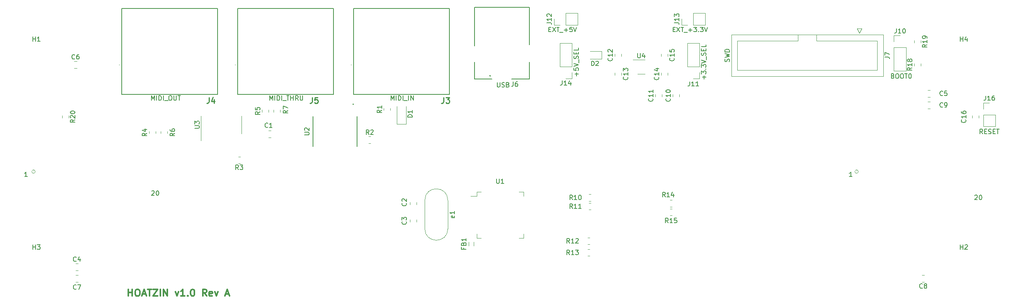
<source format=gbr>
%TF.GenerationSoftware,KiCad,Pcbnew,(6.0.5-0)*%
%TF.CreationDate,2022-06-25T13:19:04+02:00*%
%TF.ProjectId,hoatzin,686f6174-7a69-46e2-9e6b-696361645f70,rev?*%
%TF.SameCoordinates,Original*%
%TF.FileFunction,Legend,Top*%
%TF.FilePolarity,Positive*%
%FSLAX46Y46*%
G04 Gerber Fmt 4.6, Leading zero omitted, Abs format (unit mm)*
G04 Created by KiCad (PCBNEW (6.0.5-0)) date 2022-06-25 13:19:04*
%MOMM*%
%LPD*%
G01*
G04 APERTURE LIST*
%ADD10C,0.150000*%
%ADD11C,0.300000*%
%ADD12C,0.254000*%
%ADD13C,0.120000*%
%ADD14C,0.127000*%
%ADD15C,0.200000*%
%ADD16C,0.100000*%
G04 APERTURE END LIST*
D10*
X180144523Y-55742571D02*
X180477857Y-55742571D01*
X180620714Y-56266380D02*
X180144523Y-56266380D01*
X180144523Y-55266380D01*
X180620714Y-55266380D01*
X180954047Y-55266380D02*
X181620714Y-56266380D01*
X181620714Y-55266380D02*
X180954047Y-56266380D01*
X181858809Y-55266380D02*
X182430238Y-55266380D01*
X182144523Y-56266380D02*
X182144523Y-55266380D01*
X182525476Y-56361619D02*
X183287380Y-56361619D01*
X183525476Y-55885428D02*
X184287380Y-55885428D01*
X183906428Y-56266380D02*
X183906428Y-55504476D01*
X184668333Y-55266380D02*
X185287380Y-55266380D01*
X184954047Y-55647333D01*
X185096904Y-55647333D01*
X185192142Y-55694952D01*
X185239761Y-55742571D01*
X185287380Y-55837809D01*
X185287380Y-56075904D01*
X185239761Y-56171142D01*
X185192142Y-56218761D01*
X185096904Y-56266380D01*
X184811190Y-56266380D01*
X184715952Y-56218761D01*
X184668333Y-56171142D01*
X185715952Y-56171142D02*
X185763571Y-56218761D01*
X185715952Y-56266380D01*
X185668333Y-56218761D01*
X185715952Y-56171142D01*
X185715952Y-56266380D01*
X186096904Y-55266380D02*
X186715952Y-55266380D01*
X186382619Y-55647333D01*
X186525476Y-55647333D01*
X186620714Y-55694952D01*
X186668333Y-55742571D01*
X186715952Y-55837809D01*
X186715952Y-56075904D01*
X186668333Y-56171142D01*
X186620714Y-56218761D01*
X186525476Y-56266380D01*
X186239761Y-56266380D01*
X186144523Y-56218761D01*
X186096904Y-56171142D01*
X187001666Y-55266380D02*
X187335000Y-56266380D01*
X187668333Y-55266380D01*
X65834952Y-71318380D02*
X65834952Y-70318380D01*
X66168285Y-71032666D01*
X66501619Y-70318380D01*
X66501619Y-71318380D01*
X66977809Y-71318380D02*
X66977809Y-70318380D01*
X67454000Y-71318380D02*
X67454000Y-70318380D01*
X67692095Y-70318380D01*
X67834952Y-70366000D01*
X67930190Y-70461238D01*
X67977809Y-70556476D01*
X68025428Y-70746952D01*
X68025428Y-70889809D01*
X67977809Y-71080285D01*
X67930190Y-71175523D01*
X67834952Y-71270761D01*
X67692095Y-71318380D01*
X67454000Y-71318380D01*
X68454000Y-71318380D02*
X68454000Y-70318380D01*
X68692095Y-71413619D02*
X69454000Y-71413619D01*
X69882571Y-70318380D02*
X70073047Y-70318380D01*
X70168285Y-70366000D01*
X70263523Y-70461238D01*
X70311142Y-70651714D01*
X70311142Y-70985047D01*
X70263523Y-71175523D01*
X70168285Y-71270761D01*
X70073047Y-71318380D01*
X69882571Y-71318380D01*
X69787333Y-71270761D01*
X69692095Y-71175523D01*
X69644476Y-70985047D01*
X69644476Y-70651714D01*
X69692095Y-70461238D01*
X69787333Y-70366000D01*
X69882571Y-70318380D01*
X70739714Y-70318380D02*
X70739714Y-71127904D01*
X70787333Y-71223142D01*
X70834952Y-71270761D01*
X70930190Y-71318380D01*
X71120666Y-71318380D01*
X71215904Y-71270761D01*
X71263523Y-71223142D01*
X71311142Y-71127904D01*
X71311142Y-70318380D01*
X71644476Y-70318380D02*
X72215904Y-70318380D01*
X71930190Y-71318380D02*
X71930190Y-70318380D01*
X186954428Y-66640285D02*
X186954428Y-65878380D01*
X187335380Y-66259333D02*
X186573476Y-66259333D01*
X186335380Y-65497428D02*
X186335380Y-64878380D01*
X186716333Y-65211714D01*
X186716333Y-65068857D01*
X186763952Y-64973619D01*
X186811571Y-64926000D01*
X186906809Y-64878380D01*
X187144904Y-64878380D01*
X187240142Y-64926000D01*
X187287761Y-64973619D01*
X187335380Y-65068857D01*
X187335380Y-65354571D01*
X187287761Y-65449809D01*
X187240142Y-65497428D01*
X187240142Y-64449809D02*
X187287761Y-64402190D01*
X187335380Y-64449809D01*
X187287761Y-64497428D01*
X187240142Y-64449809D01*
X187335380Y-64449809D01*
X186335380Y-64068857D02*
X186335380Y-63449809D01*
X186716333Y-63783142D01*
X186716333Y-63640285D01*
X186763952Y-63545047D01*
X186811571Y-63497428D01*
X186906809Y-63449809D01*
X187144904Y-63449809D01*
X187240142Y-63497428D01*
X187287761Y-63545047D01*
X187335380Y-63640285D01*
X187335380Y-63926000D01*
X187287761Y-64021238D01*
X187240142Y-64068857D01*
X186335380Y-63164095D02*
X187335380Y-62830761D01*
X186335380Y-62497428D01*
X187430619Y-62402190D02*
X187430619Y-61640285D01*
X187287761Y-61449809D02*
X187335380Y-61306952D01*
X187335380Y-61068857D01*
X187287761Y-60973619D01*
X187240142Y-60926000D01*
X187144904Y-60878380D01*
X187049666Y-60878380D01*
X186954428Y-60926000D01*
X186906809Y-60973619D01*
X186859190Y-61068857D01*
X186811571Y-61259333D01*
X186763952Y-61354571D01*
X186716333Y-61402190D01*
X186621095Y-61449809D01*
X186525857Y-61449809D01*
X186430619Y-61402190D01*
X186383000Y-61354571D01*
X186335380Y-61259333D01*
X186335380Y-61021238D01*
X186383000Y-60878380D01*
X186811571Y-60449809D02*
X186811571Y-60116476D01*
X187335380Y-59973619D02*
X187335380Y-60449809D01*
X186335380Y-60449809D01*
X186335380Y-59973619D01*
X187335380Y-59068857D02*
X187335380Y-59545047D01*
X186335380Y-59545047D01*
X91750952Y-71318380D02*
X91750952Y-70318380D01*
X92084285Y-71032666D01*
X92417619Y-70318380D01*
X92417619Y-71318380D01*
X92893809Y-71318380D02*
X92893809Y-70318380D01*
X93370000Y-71318380D02*
X93370000Y-70318380D01*
X93608095Y-70318380D01*
X93750952Y-70366000D01*
X93846190Y-70461238D01*
X93893809Y-70556476D01*
X93941428Y-70746952D01*
X93941428Y-70889809D01*
X93893809Y-71080285D01*
X93846190Y-71175523D01*
X93750952Y-71270761D01*
X93608095Y-71318380D01*
X93370000Y-71318380D01*
X94370000Y-71318380D02*
X94370000Y-70318380D01*
X94608095Y-71413619D02*
X95370000Y-71413619D01*
X95465238Y-70318380D02*
X96036666Y-70318380D01*
X95750952Y-71318380D02*
X95750952Y-70318380D01*
X96370000Y-71318380D02*
X96370000Y-70318380D01*
X96370000Y-70794571D02*
X96941428Y-70794571D01*
X96941428Y-71318380D02*
X96941428Y-70318380D01*
X97989047Y-71318380D02*
X97655714Y-70842190D01*
X97417619Y-71318380D02*
X97417619Y-70318380D01*
X97798571Y-70318380D01*
X97893809Y-70366000D01*
X97941428Y-70413619D01*
X97989047Y-70508857D01*
X97989047Y-70651714D01*
X97941428Y-70746952D01*
X97893809Y-70794571D01*
X97798571Y-70842190D01*
X97417619Y-70842190D01*
X98417619Y-70318380D02*
X98417619Y-71127904D01*
X98465238Y-71223142D01*
X98512857Y-71270761D01*
X98608095Y-71318380D01*
X98798571Y-71318380D01*
X98893809Y-71270761D01*
X98941428Y-71223142D01*
X98989047Y-71127904D01*
X98989047Y-70318380D01*
X118317619Y-71318380D02*
X118317619Y-70318380D01*
X118650952Y-71032666D01*
X118984285Y-70318380D01*
X118984285Y-71318380D01*
X119460476Y-71318380D02*
X119460476Y-70318380D01*
X119936666Y-71318380D02*
X119936666Y-70318380D01*
X120174761Y-70318380D01*
X120317619Y-70366000D01*
X120412857Y-70461238D01*
X120460476Y-70556476D01*
X120508095Y-70746952D01*
X120508095Y-70889809D01*
X120460476Y-71080285D01*
X120412857Y-71175523D01*
X120317619Y-71270761D01*
X120174761Y-71318380D01*
X119936666Y-71318380D01*
X120936666Y-71318380D02*
X120936666Y-70318380D01*
X121174761Y-71413619D02*
X121936666Y-71413619D01*
X122174761Y-71318380D02*
X122174761Y-70318380D01*
X122650952Y-71318380D02*
X122650952Y-70318380D01*
X123222380Y-71318380D01*
X123222380Y-70318380D01*
X228290666Y-65968571D02*
X228433523Y-66016190D01*
X228481142Y-66063809D01*
X228528761Y-66159047D01*
X228528761Y-66301904D01*
X228481142Y-66397142D01*
X228433523Y-66444761D01*
X228338285Y-66492380D01*
X227957333Y-66492380D01*
X227957333Y-65492380D01*
X228290666Y-65492380D01*
X228385904Y-65540000D01*
X228433523Y-65587619D01*
X228481142Y-65682857D01*
X228481142Y-65778095D01*
X228433523Y-65873333D01*
X228385904Y-65920952D01*
X228290666Y-65968571D01*
X227957333Y-65968571D01*
X229147809Y-65492380D02*
X229338285Y-65492380D01*
X229433523Y-65540000D01*
X229528761Y-65635238D01*
X229576380Y-65825714D01*
X229576380Y-66159047D01*
X229528761Y-66349523D01*
X229433523Y-66444761D01*
X229338285Y-66492380D01*
X229147809Y-66492380D01*
X229052571Y-66444761D01*
X228957333Y-66349523D01*
X228909714Y-66159047D01*
X228909714Y-65825714D01*
X228957333Y-65635238D01*
X229052571Y-65540000D01*
X229147809Y-65492380D01*
X230195428Y-65492380D02*
X230385904Y-65492380D01*
X230481142Y-65540000D01*
X230576380Y-65635238D01*
X230624000Y-65825714D01*
X230624000Y-66159047D01*
X230576380Y-66349523D01*
X230481142Y-66444761D01*
X230385904Y-66492380D01*
X230195428Y-66492380D01*
X230100190Y-66444761D01*
X230004952Y-66349523D01*
X229957333Y-66159047D01*
X229957333Y-65825714D01*
X230004952Y-65635238D01*
X230100190Y-65540000D01*
X230195428Y-65492380D01*
X230909714Y-65492380D02*
X231481142Y-65492380D01*
X231195428Y-66492380D02*
X231195428Y-65492380D01*
X232004952Y-65492380D02*
X232100190Y-65492380D01*
X232195428Y-65540000D01*
X232243047Y-65587619D01*
X232290666Y-65682857D01*
X232338285Y-65873333D01*
X232338285Y-66111428D01*
X232290666Y-66301904D01*
X232243047Y-66397142D01*
X232195428Y-66444761D01*
X232100190Y-66492380D01*
X232004952Y-66492380D01*
X231909714Y-66444761D01*
X231862095Y-66397142D01*
X231814476Y-66301904D01*
X231766857Y-66111428D01*
X231766857Y-65873333D01*
X231814476Y-65682857D01*
X231862095Y-65587619D01*
X231909714Y-65540000D01*
X232004952Y-65492380D01*
X159014428Y-65926000D02*
X159014428Y-65164095D01*
X159395380Y-65545047D02*
X158633476Y-65545047D01*
X158395380Y-64211714D02*
X158395380Y-64687904D01*
X158871571Y-64735523D01*
X158823952Y-64687904D01*
X158776333Y-64592666D01*
X158776333Y-64354571D01*
X158823952Y-64259333D01*
X158871571Y-64211714D01*
X158966809Y-64164095D01*
X159204904Y-64164095D01*
X159300142Y-64211714D01*
X159347761Y-64259333D01*
X159395380Y-64354571D01*
X159395380Y-64592666D01*
X159347761Y-64687904D01*
X159300142Y-64735523D01*
X158395380Y-63878380D02*
X159395380Y-63545047D01*
X158395380Y-63211714D01*
X159490619Y-63116476D02*
X159490619Y-62354571D01*
X159347761Y-62164095D02*
X159395380Y-62021238D01*
X159395380Y-61783142D01*
X159347761Y-61687904D01*
X159300142Y-61640285D01*
X159204904Y-61592666D01*
X159109666Y-61592666D01*
X159014428Y-61640285D01*
X158966809Y-61687904D01*
X158919190Y-61783142D01*
X158871571Y-61973619D01*
X158823952Y-62068857D01*
X158776333Y-62116476D01*
X158681095Y-62164095D01*
X158585857Y-62164095D01*
X158490619Y-62116476D01*
X158443000Y-62068857D01*
X158395380Y-61973619D01*
X158395380Y-61735523D01*
X158443000Y-61592666D01*
X158871571Y-61164095D02*
X158871571Y-60830761D01*
X159395380Y-60687904D02*
X159395380Y-61164095D01*
X158395380Y-61164095D01*
X158395380Y-60687904D01*
X159395380Y-59783142D02*
X159395380Y-60259333D01*
X158395380Y-60259333D01*
D11*
X60790714Y-114343571D02*
X60790714Y-112843571D01*
X60790714Y-113557857D02*
X61647857Y-113557857D01*
X61647857Y-114343571D02*
X61647857Y-112843571D01*
X62647857Y-112843571D02*
X62933571Y-112843571D01*
X63076428Y-112915000D01*
X63219285Y-113057857D01*
X63290714Y-113343571D01*
X63290714Y-113843571D01*
X63219285Y-114129285D01*
X63076428Y-114272142D01*
X62933571Y-114343571D01*
X62647857Y-114343571D01*
X62505000Y-114272142D01*
X62362142Y-114129285D01*
X62290714Y-113843571D01*
X62290714Y-113343571D01*
X62362142Y-113057857D01*
X62505000Y-112915000D01*
X62647857Y-112843571D01*
X63862142Y-113915000D02*
X64576428Y-113915000D01*
X63719285Y-114343571D02*
X64219285Y-112843571D01*
X64719285Y-114343571D01*
X65005000Y-112843571D02*
X65862142Y-112843571D01*
X65433571Y-114343571D02*
X65433571Y-112843571D01*
X66219285Y-112843571D02*
X67219285Y-112843571D01*
X66219285Y-114343571D01*
X67219285Y-114343571D01*
X67790714Y-114343571D02*
X67790714Y-112843571D01*
X68505000Y-114343571D02*
X68505000Y-112843571D01*
X69362142Y-114343571D01*
X69362142Y-112843571D01*
X71076428Y-113343571D02*
X71433571Y-114343571D01*
X71790714Y-113343571D01*
X73147857Y-114343571D02*
X72290714Y-114343571D01*
X72719285Y-114343571D02*
X72719285Y-112843571D01*
X72576428Y-113057857D01*
X72433571Y-113200714D01*
X72290714Y-113272142D01*
X73790714Y-114200714D02*
X73862142Y-114272142D01*
X73790714Y-114343571D01*
X73719285Y-114272142D01*
X73790714Y-114200714D01*
X73790714Y-114343571D01*
X74790714Y-112843571D02*
X74933571Y-112843571D01*
X75076428Y-112915000D01*
X75147857Y-112986428D01*
X75219285Y-113129285D01*
X75290714Y-113415000D01*
X75290714Y-113772142D01*
X75219285Y-114057857D01*
X75147857Y-114200714D01*
X75076428Y-114272142D01*
X74933571Y-114343571D01*
X74790714Y-114343571D01*
X74647857Y-114272142D01*
X74576428Y-114200714D01*
X74505000Y-114057857D01*
X74433571Y-113772142D01*
X74433571Y-113415000D01*
X74505000Y-113129285D01*
X74576428Y-112986428D01*
X74647857Y-112915000D01*
X74790714Y-112843571D01*
X77933571Y-114343571D02*
X77433571Y-113629285D01*
X77076428Y-114343571D02*
X77076428Y-112843571D01*
X77647857Y-112843571D01*
X77790714Y-112915000D01*
X77862142Y-112986428D01*
X77933571Y-113129285D01*
X77933571Y-113343571D01*
X77862142Y-113486428D01*
X77790714Y-113557857D01*
X77647857Y-113629285D01*
X77076428Y-113629285D01*
X79147857Y-114272142D02*
X79005000Y-114343571D01*
X78719285Y-114343571D01*
X78576428Y-114272142D01*
X78505000Y-114129285D01*
X78505000Y-113557857D01*
X78576428Y-113415000D01*
X78719285Y-113343571D01*
X79005000Y-113343571D01*
X79147857Y-113415000D01*
X79219285Y-113557857D01*
X79219285Y-113700714D01*
X78505000Y-113843571D01*
X79719285Y-113343571D02*
X80076428Y-114343571D01*
X80433571Y-113343571D01*
X82076428Y-113915000D02*
X82790714Y-113915000D01*
X81933571Y-114343571D02*
X82433571Y-112843571D01*
X82933571Y-114343571D01*
D10*
X247975619Y-78684380D02*
X247642285Y-78208190D01*
X247404190Y-78684380D02*
X247404190Y-77684380D01*
X247785142Y-77684380D01*
X247880380Y-77732000D01*
X247928000Y-77779619D01*
X247975619Y-77874857D01*
X247975619Y-78017714D01*
X247928000Y-78112952D01*
X247880380Y-78160571D01*
X247785142Y-78208190D01*
X247404190Y-78208190D01*
X248404190Y-78160571D02*
X248737523Y-78160571D01*
X248880380Y-78684380D02*
X248404190Y-78684380D01*
X248404190Y-77684380D01*
X248880380Y-77684380D01*
X249261333Y-78636761D02*
X249404190Y-78684380D01*
X249642285Y-78684380D01*
X249737523Y-78636761D01*
X249785142Y-78589142D01*
X249832761Y-78493904D01*
X249832761Y-78398666D01*
X249785142Y-78303428D01*
X249737523Y-78255809D01*
X249642285Y-78208190D01*
X249451809Y-78160571D01*
X249356571Y-78112952D01*
X249308952Y-78065333D01*
X249261333Y-77970095D01*
X249261333Y-77874857D01*
X249308952Y-77779619D01*
X249356571Y-77732000D01*
X249451809Y-77684380D01*
X249689904Y-77684380D01*
X249832761Y-77732000D01*
X250261333Y-78160571D02*
X250594666Y-78160571D01*
X250737523Y-78684380D02*
X250261333Y-78684380D01*
X250261333Y-77684380D01*
X250737523Y-77684380D01*
X251023238Y-77684380D02*
X251594666Y-77684380D01*
X251308952Y-78684380D02*
X251308952Y-77684380D01*
X192428761Y-62825142D02*
X192476380Y-62682285D01*
X192476380Y-62444190D01*
X192428761Y-62348952D01*
X192381142Y-62301333D01*
X192285904Y-62253714D01*
X192190666Y-62253714D01*
X192095428Y-62301333D01*
X192047809Y-62348952D01*
X192000190Y-62444190D01*
X191952571Y-62634666D01*
X191904952Y-62729904D01*
X191857333Y-62777523D01*
X191762095Y-62825142D01*
X191666857Y-62825142D01*
X191571619Y-62777523D01*
X191524000Y-62729904D01*
X191476380Y-62634666D01*
X191476380Y-62396571D01*
X191524000Y-62253714D01*
X191476380Y-61920380D02*
X192476380Y-61682285D01*
X191762095Y-61491809D01*
X192476380Y-61301333D01*
X191476380Y-61063238D01*
X192476380Y-60682285D02*
X191476380Y-60682285D01*
X191476380Y-60444190D01*
X191524000Y-60301333D01*
X191619238Y-60206095D01*
X191714476Y-60158476D01*
X191904952Y-60110857D01*
X192047809Y-60110857D01*
X192238285Y-60158476D01*
X192333523Y-60206095D01*
X192428761Y-60301333D01*
X192476380Y-60444190D01*
X192476380Y-60682285D01*
X141613095Y-67397380D02*
X141613095Y-68206904D01*
X141660714Y-68302142D01*
X141708333Y-68349761D01*
X141803571Y-68397380D01*
X141994047Y-68397380D01*
X142089285Y-68349761D01*
X142136904Y-68302142D01*
X142184523Y-68206904D01*
X142184523Y-67397380D01*
X142613095Y-68349761D02*
X142755952Y-68397380D01*
X142994047Y-68397380D01*
X143089285Y-68349761D01*
X143136904Y-68302142D01*
X143184523Y-68206904D01*
X143184523Y-68111666D01*
X143136904Y-68016428D01*
X143089285Y-67968809D01*
X142994047Y-67921190D01*
X142803571Y-67873571D01*
X142708333Y-67825952D01*
X142660714Y-67778333D01*
X142613095Y-67683095D01*
X142613095Y-67587857D01*
X142660714Y-67492619D01*
X142708333Y-67445000D01*
X142803571Y-67397380D01*
X143041666Y-67397380D01*
X143184523Y-67445000D01*
X143946428Y-67873571D02*
X144089285Y-67921190D01*
X144136904Y-67968809D01*
X144184523Y-68064047D01*
X144184523Y-68206904D01*
X144136904Y-68302142D01*
X144089285Y-68349761D01*
X143994047Y-68397380D01*
X143613095Y-68397380D01*
X143613095Y-67397380D01*
X143946428Y-67397380D01*
X144041666Y-67445000D01*
X144089285Y-67492619D01*
X144136904Y-67587857D01*
X144136904Y-67683095D01*
X144089285Y-67778333D01*
X144041666Y-67825952D01*
X143946428Y-67873571D01*
X143613095Y-67873571D01*
X152918809Y-55742571D02*
X153252142Y-55742571D01*
X153395000Y-56266380D02*
X152918809Y-56266380D01*
X152918809Y-55266380D01*
X153395000Y-55266380D01*
X153728333Y-55266380D02*
X154395000Y-56266380D01*
X154395000Y-55266380D02*
X153728333Y-56266380D01*
X154633095Y-55266380D02*
X155204523Y-55266380D01*
X154918809Y-56266380D02*
X154918809Y-55266380D01*
X155299761Y-56361619D02*
X156061666Y-56361619D01*
X156299761Y-55885428D02*
X157061666Y-55885428D01*
X156680714Y-56266380D02*
X156680714Y-55504476D01*
X158014047Y-55266380D02*
X157537857Y-55266380D01*
X157490238Y-55742571D01*
X157537857Y-55694952D01*
X157633095Y-55647333D01*
X157871190Y-55647333D01*
X157966428Y-55694952D01*
X158014047Y-55742571D01*
X158061666Y-55837809D01*
X158061666Y-56075904D01*
X158014047Y-56171142D01*
X157966428Y-56218761D01*
X157871190Y-56266380D01*
X157633095Y-56266380D01*
X157537857Y-56218761D01*
X157490238Y-56171142D01*
X158347380Y-55266380D02*
X158680714Y-56266380D01*
X159014047Y-55266380D01*
%TO.C,R3*%
X84923333Y-86557380D02*
X84590000Y-86081190D01*
X84351904Y-86557380D02*
X84351904Y-85557380D01*
X84732857Y-85557380D01*
X84828095Y-85605000D01*
X84875714Y-85652619D01*
X84923333Y-85747857D01*
X84923333Y-85890714D01*
X84875714Y-85985952D01*
X84828095Y-86033571D01*
X84732857Y-86081190D01*
X84351904Y-86081190D01*
X85256666Y-85557380D02*
X85875714Y-85557380D01*
X85542380Y-85938333D01*
X85685238Y-85938333D01*
X85780476Y-85985952D01*
X85828095Y-86033571D01*
X85875714Y-86128809D01*
X85875714Y-86366904D01*
X85828095Y-86462142D01*
X85780476Y-86509761D01*
X85685238Y-86557380D01*
X85399523Y-86557380D01*
X85304285Y-86509761D01*
X85256666Y-86462142D01*
%TO.C,J6*%
X145112691Y-67263462D02*
X145112691Y-67977759D01*
X145065071Y-68120618D01*
X144969831Y-68215858D01*
X144826972Y-68263478D01*
X144731732Y-68263478D01*
X146017467Y-67263462D02*
X145826988Y-67263462D01*
X145731748Y-67311082D01*
X145684129Y-67358701D01*
X145588889Y-67501561D01*
X145541269Y-67692040D01*
X145541269Y-68072998D01*
X145588889Y-68168238D01*
X145636509Y-68215858D01*
X145731748Y-68263478D01*
X145922228Y-68263478D01*
X146017467Y-68215858D01*
X146065087Y-68168238D01*
X146112707Y-68072998D01*
X146112707Y-67834899D01*
X146065087Y-67739660D01*
X146017467Y-67692040D01*
X145922228Y-67644420D01*
X145731748Y-67644420D01*
X145636509Y-67692040D01*
X145588889Y-67739660D01*
X145541269Y-67834899D01*
%TO.C,C9*%
X239228333Y-72747142D02*
X239180714Y-72794761D01*
X239037857Y-72842380D01*
X238942619Y-72842380D01*
X238799761Y-72794761D01*
X238704523Y-72699523D01*
X238656904Y-72604285D01*
X238609285Y-72413809D01*
X238609285Y-72270952D01*
X238656904Y-72080476D01*
X238704523Y-71985238D01*
X238799761Y-71890000D01*
X238942619Y-71842380D01*
X239037857Y-71842380D01*
X239180714Y-71890000D01*
X239228333Y-71937619D01*
X239704523Y-72842380D02*
X239895000Y-72842380D01*
X239990238Y-72794761D01*
X240037857Y-72747142D01*
X240133095Y-72604285D01*
X240180714Y-72413809D01*
X240180714Y-72032857D01*
X240133095Y-71937619D01*
X240085476Y-71890000D01*
X239990238Y-71842380D01*
X239799761Y-71842380D01*
X239704523Y-71890000D01*
X239656904Y-71937619D01*
X239609285Y-72032857D01*
X239609285Y-72270952D01*
X239656904Y-72366190D01*
X239704523Y-72413809D01*
X239799761Y-72461428D01*
X239990238Y-72461428D01*
X240085476Y-72413809D01*
X240133095Y-72366190D01*
X240180714Y-72270952D01*
%TO.C,J11*%
X183787476Y-67204380D02*
X183787476Y-67918666D01*
X183739857Y-68061523D01*
X183644619Y-68156761D01*
X183501761Y-68204380D01*
X183406523Y-68204380D01*
X184787476Y-68204380D02*
X184216047Y-68204380D01*
X184501761Y-68204380D02*
X184501761Y-67204380D01*
X184406523Y-67347238D01*
X184311285Y-67442476D01*
X184216047Y-67490095D01*
X185739857Y-68204380D02*
X185168428Y-68204380D01*
X185454142Y-68204380D02*
X185454142Y-67204380D01*
X185358904Y-67347238D01*
X185263666Y-67442476D01*
X185168428Y-67490095D01*
%TO.C,R15*%
X179062142Y-98242380D02*
X178728809Y-97766190D01*
X178490714Y-98242380D02*
X178490714Y-97242380D01*
X178871666Y-97242380D01*
X178966904Y-97290000D01*
X179014523Y-97337619D01*
X179062142Y-97432857D01*
X179062142Y-97575714D01*
X179014523Y-97670952D01*
X178966904Y-97718571D01*
X178871666Y-97766190D01*
X178490714Y-97766190D01*
X180014523Y-98242380D02*
X179443095Y-98242380D01*
X179728809Y-98242380D02*
X179728809Y-97242380D01*
X179633571Y-97385238D01*
X179538333Y-97480476D01*
X179443095Y-97528095D01*
X180919285Y-97242380D02*
X180443095Y-97242380D01*
X180395476Y-97718571D01*
X180443095Y-97670952D01*
X180538333Y-97623333D01*
X180776428Y-97623333D01*
X180871666Y-97670952D01*
X180919285Y-97718571D01*
X180966904Y-97813809D01*
X180966904Y-98051904D01*
X180919285Y-98147142D01*
X180871666Y-98194761D01*
X180776428Y-98242380D01*
X180538333Y-98242380D01*
X180443095Y-98194761D01*
X180395476Y-98147142D01*
%TO.C,R2*%
X113498333Y-78812380D02*
X113165000Y-78336190D01*
X112926904Y-78812380D02*
X112926904Y-77812380D01*
X113307857Y-77812380D01*
X113403095Y-77860000D01*
X113450714Y-77907619D01*
X113498333Y-78002857D01*
X113498333Y-78145714D01*
X113450714Y-78240952D01*
X113403095Y-78288571D01*
X113307857Y-78336190D01*
X112926904Y-78336190D01*
X113879285Y-77907619D02*
X113926904Y-77860000D01*
X114022142Y-77812380D01*
X114260238Y-77812380D01*
X114355476Y-77860000D01*
X114403095Y-77907619D01*
X114450714Y-78002857D01*
X114450714Y-78098095D01*
X114403095Y-78240952D01*
X113831666Y-78812380D01*
X114450714Y-78812380D01*
%TO.C,U1*%
X141478095Y-88572380D02*
X141478095Y-89381904D01*
X141525714Y-89477142D01*
X141573333Y-89524761D01*
X141668571Y-89572380D01*
X141859047Y-89572380D01*
X141954285Y-89524761D01*
X142001904Y-89477142D01*
X142049523Y-89381904D01*
X142049523Y-88572380D01*
X143049523Y-89572380D02*
X142478095Y-89572380D01*
X142763809Y-89572380D02*
X142763809Y-88572380D01*
X142668571Y-88715238D01*
X142573333Y-88810476D01*
X142478095Y-88858095D01*
%TO.C,C15*%
X180284142Y-62044857D02*
X180331761Y-62092476D01*
X180379380Y-62235333D01*
X180379380Y-62330571D01*
X180331761Y-62473428D01*
X180236523Y-62568666D01*
X180141285Y-62616285D01*
X179950809Y-62663904D01*
X179807952Y-62663904D01*
X179617476Y-62616285D01*
X179522238Y-62568666D01*
X179427000Y-62473428D01*
X179379380Y-62330571D01*
X179379380Y-62235333D01*
X179427000Y-62092476D01*
X179474619Y-62044857D01*
X180379380Y-61092476D02*
X180379380Y-61663904D01*
X180379380Y-61378190D02*
X179379380Y-61378190D01*
X179522238Y-61473428D01*
X179617476Y-61568666D01*
X179665095Y-61663904D01*
X179379380Y-60187714D02*
X179379380Y-60663904D01*
X179855571Y-60711523D01*
X179807952Y-60663904D01*
X179760333Y-60568666D01*
X179760333Y-60330571D01*
X179807952Y-60235333D01*
X179855571Y-60187714D01*
X179950809Y-60140095D01*
X180188904Y-60140095D01*
X180284142Y-60187714D01*
X180331761Y-60235333D01*
X180379380Y-60330571D01*
X180379380Y-60568666D01*
X180331761Y-60663904D01*
X180284142Y-60711523D01*
%TO.C,R6*%
X70937380Y-78549166D02*
X70461190Y-78882500D01*
X70937380Y-79120595D02*
X69937380Y-79120595D01*
X69937380Y-78739642D01*
X69985000Y-78644404D01*
X70032619Y-78596785D01*
X70127857Y-78549166D01*
X70270714Y-78549166D01*
X70365952Y-78596785D01*
X70413571Y-78644404D01*
X70461190Y-78739642D01*
X70461190Y-79120595D01*
X69937380Y-77692023D02*
X69937380Y-77882500D01*
X69985000Y-77977738D01*
X70032619Y-78025357D01*
X70175476Y-78120595D01*
X70365952Y-78168214D01*
X70746904Y-78168214D01*
X70842142Y-78120595D01*
X70889761Y-78072976D01*
X70937380Y-77977738D01*
X70937380Y-77787261D01*
X70889761Y-77692023D01*
X70842142Y-77644404D01*
X70746904Y-77596785D01*
X70508809Y-77596785D01*
X70413571Y-77644404D01*
X70365952Y-77692023D01*
X70318333Y-77787261D01*
X70318333Y-77977738D01*
X70365952Y-78072976D01*
X70413571Y-78120595D01*
X70508809Y-78168214D01*
%TO.C,C8*%
X234783333Y-112527142D02*
X234735714Y-112574761D01*
X234592857Y-112622380D01*
X234497619Y-112622380D01*
X234354761Y-112574761D01*
X234259523Y-112479523D01*
X234211904Y-112384285D01*
X234164285Y-112193809D01*
X234164285Y-112050952D01*
X234211904Y-111860476D01*
X234259523Y-111765238D01*
X234354761Y-111670000D01*
X234497619Y-111622380D01*
X234592857Y-111622380D01*
X234735714Y-111670000D01*
X234783333Y-111717619D01*
X235354761Y-112050952D02*
X235259523Y-112003333D01*
X235211904Y-111955714D01*
X235164285Y-111860476D01*
X235164285Y-111812857D01*
X235211904Y-111717619D01*
X235259523Y-111670000D01*
X235354761Y-111622380D01*
X235545238Y-111622380D01*
X235640476Y-111670000D01*
X235688095Y-111717619D01*
X235735714Y-111812857D01*
X235735714Y-111860476D01*
X235688095Y-111955714D01*
X235640476Y-112003333D01*
X235545238Y-112050952D01*
X235354761Y-112050952D01*
X235259523Y-112098571D01*
X235211904Y-112146190D01*
X235164285Y-112241428D01*
X235164285Y-112431904D01*
X235211904Y-112527142D01*
X235259523Y-112574761D01*
X235354761Y-112622380D01*
X235545238Y-112622380D01*
X235640476Y-112574761D01*
X235688095Y-112527142D01*
X235735714Y-112431904D01*
X235735714Y-112241428D01*
X235688095Y-112146190D01*
X235640476Y-112098571D01*
X235545238Y-112050952D01*
%TO.C,H3*%
X39878095Y-104072380D02*
X39878095Y-103072380D01*
X39878095Y-103548571D02*
X40449523Y-103548571D01*
X40449523Y-104072380D02*
X40449523Y-103072380D01*
X40830476Y-103072380D02*
X41449523Y-103072380D01*
X41116190Y-103453333D01*
X41259047Y-103453333D01*
X41354285Y-103500952D01*
X41401904Y-103548571D01*
X41449523Y-103643809D01*
X41449523Y-103881904D01*
X41401904Y-103977142D01*
X41354285Y-104024761D01*
X41259047Y-104072380D01*
X40973333Y-104072380D01*
X40878095Y-104024761D01*
X40830476Y-103977142D01*
%TO.C,J7*%
X226532380Y-61810833D02*
X227246666Y-61810833D01*
X227389523Y-61858452D01*
X227484761Y-61953690D01*
X227532380Y-62096547D01*
X227532380Y-62191785D01*
X226532380Y-61429880D02*
X226532380Y-60763214D01*
X227532380Y-61191785D01*
%TO.C,C11*%
X175654142Y-70934857D02*
X175701761Y-70982476D01*
X175749380Y-71125333D01*
X175749380Y-71220571D01*
X175701761Y-71363428D01*
X175606523Y-71458666D01*
X175511285Y-71506285D01*
X175320809Y-71553904D01*
X175177952Y-71553904D01*
X174987476Y-71506285D01*
X174892238Y-71458666D01*
X174797000Y-71363428D01*
X174749380Y-71220571D01*
X174749380Y-71125333D01*
X174797000Y-70982476D01*
X174844619Y-70934857D01*
X175749380Y-69982476D02*
X175749380Y-70553904D01*
X175749380Y-70268190D02*
X174749380Y-70268190D01*
X174892238Y-70363428D01*
X174987476Y-70458666D01*
X175035095Y-70553904D01*
X175749380Y-69030095D02*
X175749380Y-69601523D01*
X175749380Y-69315809D02*
X174749380Y-69315809D01*
X174892238Y-69411047D01*
X174987476Y-69506285D01*
X175035095Y-69601523D01*
%TO.C,e1*%
X132199761Y-96705712D02*
X132247380Y-96800950D01*
X132247380Y-96991426D01*
X132199761Y-97086664D01*
X132104523Y-97134283D01*
X131723571Y-97134283D01*
X131628333Y-97086664D01*
X131580714Y-96991426D01*
X131580714Y-96800950D01*
X131628333Y-96705712D01*
X131723571Y-96658093D01*
X131818809Y-96658093D01*
X131914047Y-97134283D01*
X132247380Y-95705712D02*
X132247380Y-96277140D01*
X132247380Y-95991426D02*
X131247380Y-95991426D01*
X131390238Y-96086664D01*
X131485476Y-96181902D01*
X131533095Y-96277140D01*
%TO.C,C12*%
X166764142Y-62044857D02*
X166811761Y-62092476D01*
X166859380Y-62235333D01*
X166859380Y-62330571D01*
X166811761Y-62473428D01*
X166716523Y-62568666D01*
X166621285Y-62616285D01*
X166430809Y-62663904D01*
X166287952Y-62663904D01*
X166097476Y-62616285D01*
X166002238Y-62568666D01*
X165907000Y-62473428D01*
X165859380Y-62330571D01*
X165859380Y-62235333D01*
X165907000Y-62092476D01*
X165954619Y-62044857D01*
X166859380Y-61092476D02*
X166859380Y-61663904D01*
X166859380Y-61378190D02*
X165859380Y-61378190D01*
X166002238Y-61473428D01*
X166097476Y-61568666D01*
X166145095Y-61663904D01*
X165954619Y-60711523D02*
X165907000Y-60663904D01*
X165859380Y-60568666D01*
X165859380Y-60330571D01*
X165907000Y-60235333D01*
X165954619Y-60187714D01*
X166049857Y-60140095D01*
X166145095Y-60140095D01*
X166287952Y-60187714D01*
X166859380Y-60759142D01*
X166859380Y-60140095D01*
%TO.C,C13*%
X170124142Y-66174857D02*
X170171761Y-66222476D01*
X170219380Y-66365333D01*
X170219380Y-66460571D01*
X170171761Y-66603428D01*
X170076523Y-66698666D01*
X169981285Y-66746285D01*
X169790809Y-66793904D01*
X169647952Y-66793904D01*
X169457476Y-66746285D01*
X169362238Y-66698666D01*
X169267000Y-66603428D01*
X169219380Y-66460571D01*
X169219380Y-66365333D01*
X169267000Y-66222476D01*
X169314619Y-66174857D01*
X170219380Y-65222476D02*
X170219380Y-65793904D01*
X170219380Y-65508190D02*
X169219380Y-65508190D01*
X169362238Y-65603428D01*
X169457476Y-65698666D01*
X169505095Y-65793904D01*
X169219380Y-64889142D02*
X169219380Y-64270095D01*
X169600333Y-64603428D01*
X169600333Y-64460571D01*
X169647952Y-64365333D01*
X169695571Y-64317714D01*
X169790809Y-64270095D01*
X170028904Y-64270095D01*
X170124142Y-64317714D01*
X170171761Y-64365333D01*
X170219380Y-64460571D01*
X170219380Y-64746285D01*
X170171761Y-64841523D01*
X170124142Y-64889142D01*
D12*
%TO.C,J4*%
X78436666Y-70678523D02*
X78436666Y-71585666D01*
X78376190Y-71767095D01*
X78255238Y-71888047D01*
X78073809Y-71948523D01*
X77952857Y-71948523D01*
X79585714Y-71101857D02*
X79585714Y-71948523D01*
X79283333Y-70618047D02*
X78980952Y-71525190D01*
X79767142Y-71525190D01*
D10*
%TO.C,C10*%
X179464142Y-70934857D02*
X179511761Y-70982476D01*
X179559380Y-71125333D01*
X179559380Y-71220571D01*
X179511761Y-71363428D01*
X179416523Y-71458666D01*
X179321285Y-71506285D01*
X179130809Y-71553904D01*
X178987952Y-71553904D01*
X178797476Y-71506285D01*
X178702238Y-71458666D01*
X178607000Y-71363428D01*
X178559380Y-71220571D01*
X178559380Y-71125333D01*
X178607000Y-70982476D01*
X178654619Y-70934857D01*
X179559380Y-69982476D02*
X179559380Y-70553904D01*
X179559380Y-70268190D02*
X178559380Y-70268190D01*
X178702238Y-70363428D01*
X178797476Y-70458666D01*
X178845095Y-70553904D01*
X178559380Y-69363428D02*
X178559380Y-69268190D01*
X178607000Y-69172952D01*
X178654619Y-69125333D01*
X178749857Y-69077714D01*
X178940333Y-69030095D01*
X179178428Y-69030095D01*
X179368904Y-69077714D01*
X179464142Y-69125333D01*
X179511761Y-69172952D01*
X179559380Y-69268190D01*
X179559380Y-69363428D01*
X179511761Y-69458666D01*
X179464142Y-69506285D01*
X179368904Y-69553904D01*
X179178428Y-69601523D01*
X178940333Y-69601523D01*
X178749857Y-69553904D01*
X178654619Y-69506285D01*
X178607000Y-69458666D01*
X178559380Y-69363428D01*
%TO.C,R5*%
X89607380Y-73826666D02*
X89131190Y-74160000D01*
X89607380Y-74398095D02*
X88607380Y-74398095D01*
X88607380Y-74017142D01*
X88655000Y-73921904D01*
X88702619Y-73874285D01*
X88797857Y-73826666D01*
X88940714Y-73826666D01*
X89035952Y-73874285D01*
X89083571Y-73921904D01*
X89131190Y-74017142D01*
X89131190Y-74398095D01*
X88607380Y-72921904D02*
X88607380Y-73398095D01*
X89083571Y-73445714D01*
X89035952Y-73398095D01*
X88988333Y-73302857D01*
X88988333Y-73064761D01*
X89035952Y-72969523D01*
X89083571Y-72921904D01*
X89178809Y-72874285D01*
X89416904Y-72874285D01*
X89512142Y-72921904D01*
X89559761Y-72969523D01*
X89607380Y-73064761D01*
X89607380Y-73302857D01*
X89559761Y-73398095D01*
X89512142Y-73445714D01*
%TO.C,J16*%
X248640476Y-70332380D02*
X248640476Y-71046666D01*
X248592857Y-71189523D01*
X248497619Y-71284761D01*
X248354761Y-71332380D01*
X248259523Y-71332380D01*
X249640476Y-71332380D02*
X249069047Y-71332380D01*
X249354761Y-71332380D02*
X249354761Y-70332380D01*
X249259523Y-70475238D01*
X249164285Y-70570476D01*
X249069047Y-70618095D01*
X250497619Y-70332380D02*
X250307142Y-70332380D01*
X250211904Y-70380000D01*
X250164285Y-70427619D01*
X250069047Y-70570476D01*
X250021428Y-70760952D01*
X250021428Y-71141904D01*
X250069047Y-71237142D01*
X250116666Y-71284761D01*
X250211904Y-71332380D01*
X250402380Y-71332380D01*
X250497619Y-71284761D01*
X250545238Y-71237142D01*
X250592857Y-71141904D01*
X250592857Y-70903809D01*
X250545238Y-70808571D01*
X250497619Y-70760952D01*
X250402380Y-70713333D01*
X250211904Y-70713333D01*
X250116666Y-70760952D01*
X250069047Y-70808571D01*
X250021428Y-70903809D01*
%TO.C,D2*%
X162268904Y-63704380D02*
X162268904Y-62704380D01*
X162507000Y-62704380D01*
X162649857Y-62752000D01*
X162745095Y-62847238D01*
X162792714Y-62942476D01*
X162840333Y-63132952D01*
X162840333Y-63275809D01*
X162792714Y-63466285D01*
X162745095Y-63561523D01*
X162649857Y-63656761D01*
X162507000Y-63704380D01*
X162268904Y-63704380D01*
X163221285Y-62799619D02*
X163268904Y-62752000D01*
X163364142Y-62704380D01*
X163602238Y-62704380D01*
X163697476Y-62752000D01*
X163745095Y-62799619D01*
X163792714Y-62894857D01*
X163792714Y-62990095D01*
X163745095Y-63132952D01*
X163173666Y-63704380D01*
X163792714Y-63704380D01*
%TO.C,R18*%
X232482380Y-64142857D02*
X232006190Y-64476190D01*
X232482380Y-64714285D02*
X231482380Y-64714285D01*
X231482380Y-64333333D01*
X231530000Y-64238095D01*
X231577619Y-64190476D01*
X231672857Y-64142857D01*
X231815714Y-64142857D01*
X231910952Y-64190476D01*
X231958571Y-64238095D01*
X232006190Y-64333333D01*
X232006190Y-64714285D01*
X232482380Y-63190476D02*
X232482380Y-63761904D01*
X232482380Y-63476190D02*
X231482380Y-63476190D01*
X231625238Y-63571428D01*
X231720476Y-63666666D01*
X231768095Y-63761904D01*
X231910952Y-62619047D02*
X231863333Y-62714285D01*
X231815714Y-62761904D01*
X231720476Y-62809523D01*
X231672857Y-62809523D01*
X231577619Y-62761904D01*
X231530000Y-62714285D01*
X231482380Y-62619047D01*
X231482380Y-62428571D01*
X231530000Y-62333333D01*
X231577619Y-62285714D01*
X231672857Y-62238095D01*
X231720476Y-62238095D01*
X231815714Y-62285714D01*
X231863333Y-62333333D01*
X231910952Y-62428571D01*
X231910952Y-62619047D01*
X231958571Y-62714285D01*
X232006190Y-62761904D01*
X232101428Y-62809523D01*
X232291904Y-62809523D01*
X232387142Y-62761904D01*
X232434761Y-62714285D01*
X232482380Y-62619047D01*
X232482380Y-62428571D01*
X232434761Y-62333333D01*
X232387142Y-62285714D01*
X232291904Y-62238095D01*
X232101428Y-62238095D01*
X232006190Y-62285714D01*
X231958571Y-62333333D01*
X231910952Y-62428571D01*
%TO.C,H1*%
X39878095Y-58352380D02*
X39878095Y-57352380D01*
X39878095Y-57828571D02*
X40449523Y-57828571D01*
X40449523Y-58352380D02*
X40449523Y-57352380D01*
X41449523Y-58352380D02*
X40878095Y-58352380D01*
X41163809Y-58352380D02*
X41163809Y-57352380D01*
X41068571Y-57495238D01*
X40973333Y-57590476D01*
X40878095Y-57638095D01*
%TO.C,J10*%
X229060476Y-55557380D02*
X229060476Y-56271666D01*
X229012857Y-56414523D01*
X228917619Y-56509761D01*
X228774761Y-56557380D01*
X228679523Y-56557380D01*
X230060476Y-56557380D02*
X229489047Y-56557380D01*
X229774761Y-56557380D02*
X229774761Y-55557380D01*
X229679523Y-55700238D01*
X229584285Y-55795476D01*
X229489047Y-55843095D01*
X230679523Y-55557380D02*
X230774761Y-55557380D01*
X230870000Y-55605000D01*
X230917619Y-55652619D01*
X230965238Y-55747857D01*
X231012857Y-55938333D01*
X231012857Y-56176428D01*
X230965238Y-56366904D01*
X230917619Y-56462142D01*
X230870000Y-56509761D01*
X230774761Y-56557380D01*
X230679523Y-56557380D01*
X230584285Y-56509761D01*
X230536666Y-56462142D01*
X230489047Y-56366904D01*
X230441428Y-56176428D01*
X230441428Y-55938333D01*
X230489047Y-55747857D01*
X230536666Y-55652619D01*
X230584285Y-55605000D01*
X230679523Y-55557380D01*
%TO.C,U4*%
X172405095Y-60994380D02*
X172405095Y-61803904D01*
X172452714Y-61899142D01*
X172500333Y-61946761D01*
X172595571Y-61994380D01*
X172786047Y-61994380D01*
X172881285Y-61946761D01*
X172928904Y-61899142D01*
X172976523Y-61803904D01*
X172976523Y-60994380D01*
X173881285Y-61327714D02*
X173881285Y-61994380D01*
X173643190Y-60946761D02*
X173405095Y-61661047D01*
X174024142Y-61661047D01*
%TO.C,C16*%
X244197142Y-75572857D02*
X244244761Y-75620476D01*
X244292380Y-75763333D01*
X244292380Y-75858571D01*
X244244761Y-76001428D01*
X244149523Y-76096666D01*
X244054285Y-76144285D01*
X243863809Y-76191904D01*
X243720952Y-76191904D01*
X243530476Y-76144285D01*
X243435238Y-76096666D01*
X243340000Y-76001428D01*
X243292380Y-75858571D01*
X243292380Y-75763333D01*
X243340000Y-75620476D01*
X243387619Y-75572857D01*
X244292380Y-74620476D02*
X244292380Y-75191904D01*
X244292380Y-74906190D02*
X243292380Y-74906190D01*
X243435238Y-75001428D01*
X243530476Y-75096666D01*
X243578095Y-75191904D01*
X243292380Y-73763333D02*
X243292380Y-73953809D01*
X243340000Y-74049047D01*
X243387619Y-74096666D01*
X243530476Y-74191904D01*
X243720952Y-74239523D01*
X244101904Y-74239523D01*
X244197142Y-74191904D01*
X244244761Y-74144285D01*
X244292380Y-74049047D01*
X244292380Y-73858571D01*
X244244761Y-73763333D01*
X244197142Y-73715714D01*
X244101904Y-73668095D01*
X243863809Y-73668095D01*
X243768571Y-73715714D01*
X243720952Y-73763333D01*
X243673333Y-73858571D01*
X243673333Y-74049047D01*
X243720952Y-74144285D01*
X243768571Y-74191904D01*
X243863809Y-74239523D01*
%TO.C,H2*%
X243078095Y-104072380D02*
X243078095Y-103072380D01*
X243078095Y-103548571D02*
X243649523Y-103548571D01*
X243649523Y-104072380D02*
X243649523Y-103072380D01*
X244078095Y-103167619D02*
X244125714Y-103120000D01*
X244220952Y-103072380D01*
X244459047Y-103072380D01*
X244554285Y-103120000D01*
X244601904Y-103167619D01*
X244649523Y-103262857D01*
X244649523Y-103358095D01*
X244601904Y-103500952D01*
X244030476Y-104072380D01*
X244649523Y-104072380D01*
%TO.C,J14*%
X155847476Y-66994380D02*
X155847476Y-67708666D01*
X155799857Y-67851523D01*
X155704619Y-67946761D01*
X155561761Y-67994380D01*
X155466523Y-67994380D01*
X156847476Y-67994380D02*
X156276047Y-67994380D01*
X156561761Y-67994380D02*
X156561761Y-66994380D01*
X156466523Y-67137238D01*
X156371285Y-67232476D01*
X156276047Y-67280095D01*
X157704619Y-67327714D02*
X157704619Y-67994380D01*
X157466523Y-66946761D02*
X157228428Y-67661047D01*
X157847476Y-67661047D01*
%TO.C,D1*%
X123007380Y-75033095D02*
X122007380Y-75033095D01*
X122007380Y-74795000D01*
X122055000Y-74652142D01*
X122150238Y-74556904D01*
X122245476Y-74509285D01*
X122435952Y-74461666D01*
X122578809Y-74461666D01*
X122769285Y-74509285D01*
X122864523Y-74556904D01*
X122959761Y-74652142D01*
X123007380Y-74795000D01*
X123007380Y-75033095D01*
X123007380Y-73509285D02*
X123007380Y-74080714D01*
X123007380Y-73795000D02*
X122007380Y-73795000D01*
X122150238Y-73890238D01*
X122245476Y-73985476D01*
X122293095Y-74080714D01*
%TO.C,J13*%
X180449380Y-54271523D02*
X181163666Y-54271523D01*
X181306523Y-54319142D01*
X181401761Y-54414380D01*
X181449380Y-54557238D01*
X181449380Y-54652476D01*
X181449380Y-53271523D02*
X181449380Y-53842952D01*
X181449380Y-53557238D02*
X180449380Y-53557238D01*
X180592238Y-53652476D01*
X180687476Y-53747714D01*
X180735095Y-53842952D01*
X180449380Y-52938190D02*
X180449380Y-52319142D01*
X180830333Y-52652476D01*
X180830333Y-52509619D01*
X180877952Y-52414380D01*
X180925571Y-52366761D01*
X181020809Y-52319142D01*
X181258904Y-52319142D01*
X181354142Y-52366761D01*
X181401761Y-52414380D01*
X181449380Y-52509619D01*
X181449380Y-52795333D01*
X181401761Y-52890571D01*
X181354142Y-52938190D01*
%TO.C,R7*%
X95702380Y-73549166D02*
X95226190Y-73882500D01*
X95702380Y-74120595D02*
X94702380Y-74120595D01*
X94702380Y-73739642D01*
X94750000Y-73644404D01*
X94797619Y-73596785D01*
X94892857Y-73549166D01*
X95035714Y-73549166D01*
X95130952Y-73596785D01*
X95178571Y-73644404D01*
X95226190Y-73739642D01*
X95226190Y-74120595D01*
X94702380Y-73215833D02*
X94702380Y-72549166D01*
X95702380Y-72977738D01*
%TO.C,C5*%
X239228333Y-70207142D02*
X239180714Y-70254761D01*
X239037857Y-70302380D01*
X238942619Y-70302380D01*
X238799761Y-70254761D01*
X238704523Y-70159523D01*
X238656904Y-70064285D01*
X238609285Y-69873809D01*
X238609285Y-69730952D01*
X238656904Y-69540476D01*
X238704523Y-69445238D01*
X238799761Y-69350000D01*
X238942619Y-69302380D01*
X239037857Y-69302380D01*
X239180714Y-69350000D01*
X239228333Y-69397619D01*
X240133095Y-69302380D02*
X239656904Y-69302380D01*
X239609285Y-69778571D01*
X239656904Y-69730952D01*
X239752142Y-69683333D01*
X239990238Y-69683333D01*
X240085476Y-69730952D01*
X240133095Y-69778571D01*
X240180714Y-69873809D01*
X240180714Y-70111904D01*
X240133095Y-70207142D01*
X240085476Y-70254761D01*
X239990238Y-70302380D01*
X239752142Y-70302380D01*
X239656904Y-70254761D01*
X239609285Y-70207142D01*
%TO.C,R13*%
X157472142Y-105227380D02*
X157138809Y-104751190D01*
X156900714Y-105227380D02*
X156900714Y-104227380D01*
X157281666Y-104227380D01*
X157376904Y-104275000D01*
X157424523Y-104322619D01*
X157472142Y-104417857D01*
X157472142Y-104560714D01*
X157424523Y-104655952D01*
X157376904Y-104703571D01*
X157281666Y-104751190D01*
X156900714Y-104751190D01*
X158424523Y-105227380D02*
X157853095Y-105227380D01*
X158138809Y-105227380D02*
X158138809Y-104227380D01*
X158043571Y-104370238D01*
X157948333Y-104465476D01*
X157853095Y-104513095D01*
X158757857Y-104227380D02*
X159376904Y-104227380D01*
X159043571Y-104608333D01*
X159186428Y-104608333D01*
X159281666Y-104655952D01*
X159329285Y-104703571D01*
X159376904Y-104798809D01*
X159376904Y-105036904D01*
X159329285Y-105132142D01*
X159281666Y-105179761D01*
X159186428Y-105227380D01*
X158900714Y-105227380D01*
X158805476Y-105179761D01*
X158757857Y-105132142D01*
%TO.C,R1*%
X116277380Y-73469166D02*
X115801190Y-73802500D01*
X116277380Y-74040595D02*
X115277380Y-74040595D01*
X115277380Y-73659642D01*
X115325000Y-73564404D01*
X115372619Y-73516785D01*
X115467857Y-73469166D01*
X115610714Y-73469166D01*
X115705952Y-73516785D01*
X115753571Y-73564404D01*
X115801190Y-73659642D01*
X115801190Y-74040595D01*
X116277380Y-72516785D02*
X116277380Y-73088214D01*
X116277380Y-72802500D02*
X115277380Y-72802500D01*
X115420238Y-72897738D01*
X115515476Y-72992976D01*
X115563095Y-73088214D01*
%TO.C,C7*%
X49363333Y-112752142D02*
X49315714Y-112799761D01*
X49172857Y-112847380D01*
X49077619Y-112847380D01*
X48934761Y-112799761D01*
X48839523Y-112704523D01*
X48791904Y-112609285D01*
X48744285Y-112418809D01*
X48744285Y-112275952D01*
X48791904Y-112085476D01*
X48839523Y-111990238D01*
X48934761Y-111895000D01*
X49077619Y-111847380D01*
X49172857Y-111847380D01*
X49315714Y-111895000D01*
X49363333Y-111942619D01*
X49696666Y-111847380D02*
X50363333Y-111847380D01*
X49934761Y-112847380D01*
%TO.C,R10*%
X158107142Y-93162380D02*
X157773809Y-92686190D01*
X157535714Y-93162380D02*
X157535714Y-92162380D01*
X157916666Y-92162380D01*
X158011904Y-92210000D01*
X158059523Y-92257619D01*
X158107142Y-92352857D01*
X158107142Y-92495714D01*
X158059523Y-92590952D01*
X158011904Y-92638571D01*
X157916666Y-92686190D01*
X157535714Y-92686190D01*
X159059523Y-93162380D02*
X158488095Y-93162380D01*
X158773809Y-93162380D02*
X158773809Y-92162380D01*
X158678571Y-92305238D01*
X158583333Y-92400476D01*
X158488095Y-92448095D01*
X159678571Y-92162380D02*
X159773809Y-92162380D01*
X159869047Y-92210000D01*
X159916666Y-92257619D01*
X159964285Y-92352857D01*
X160011904Y-92543333D01*
X160011904Y-92781428D01*
X159964285Y-92971904D01*
X159916666Y-93067142D01*
X159869047Y-93114761D01*
X159773809Y-93162380D01*
X159678571Y-93162380D01*
X159583333Y-93114761D01*
X159535714Y-93067142D01*
X159488095Y-92971904D01*
X159440476Y-92781428D01*
X159440476Y-92543333D01*
X159488095Y-92352857D01*
X159535714Y-92257619D01*
X159583333Y-92210000D01*
X159678571Y-92162380D01*
%TO.C,H4*%
X243078095Y-58352380D02*
X243078095Y-57352380D01*
X243078095Y-57828571D02*
X243649523Y-57828571D01*
X243649523Y-58352380D02*
X243649523Y-57352380D01*
X244554285Y-57685714D02*
X244554285Y-58352380D01*
X244316190Y-57304761D02*
X244078095Y-58019047D01*
X244697142Y-58019047D01*
%TO.C,R11*%
X158107142Y-95067380D02*
X157773809Y-94591190D01*
X157535714Y-95067380D02*
X157535714Y-94067380D01*
X157916666Y-94067380D01*
X158011904Y-94115000D01*
X158059523Y-94162619D01*
X158107142Y-94257857D01*
X158107142Y-94400714D01*
X158059523Y-94495952D01*
X158011904Y-94543571D01*
X157916666Y-94591190D01*
X157535714Y-94591190D01*
X159059523Y-95067380D02*
X158488095Y-95067380D01*
X158773809Y-95067380D02*
X158773809Y-94067380D01*
X158678571Y-94210238D01*
X158583333Y-94305476D01*
X158488095Y-94353095D01*
X160011904Y-95067380D02*
X159440476Y-95067380D01*
X159726190Y-95067380D02*
X159726190Y-94067380D01*
X159630952Y-94210238D01*
X159535714Y-94305476D01*
X159440476Y-94353095D01*
%TO.C,C14*%
X176924142Y-66174857D02*
X176971761Y-66222476D01*
X177019380Y-66365333D01*
X177019380Y-66460571D01*
X176971761Y-66603428D01*
X176876523Y-66698666D01*
X176781285Y-66746285D01*
X176590809Y-66793904D01*
X176447952Y-66793904D01*
X176257476Y-66746285D01*
X176162238Y-66698666D01*
X176067000Y-66603428D01*
X176019380Y-66460571D01*
X176019380Y-66365333D01*
X176067000Y-66222476D01*
X176114619Y-66174857D01*
X177019380Y-65222476D02*
X177019380Y-65793904D01*
X177019380Y-65508190D02*
X176019380Y-65508190D01*
X176162238Y-65603428D01*
X176257476Y-65698666D01*
X176305095Y-65793904D01*
X176352714Y-64365333D02*
X177019380Y-64365333D01*
X175971761Y-64603428D02*
X176686047Y-64841523D01*
X176686047Y-64222476D01*
%TO.C,R19*%
X235782380Y-59062857D02*
X235306190Y-59396190D01*
X235782380Y-59634285D02*
X234782380Y-59634285D01*
X234782380Y-59253333D01*
X234830000Y-59158095D01*
X234877619Y-59110476D01*
X234972857Y-59062857D01*
X235115714Y-59062857D01*
X235210952Y-59110476D01*
X235258571Y-59158095D01*
X235306190Y-59253333D01*
X235306190Y-59634285D01*
X235782380Y-58110476D02*
X235782380Y-58681904D01*
X235782380Y-58396190D02*
X234782380Y-58396190D01*
X234925238Y-58491428D01*
X235020476Y-58586666D01*
X235068095Y-58681904D01*
X235782380Y-57634285D02*
X235782380Y-57443809D01*
X235734761Y-57348571D01*
X235687142Y-57300952D01*
X235544285Y-57205714D01*
X235353809Y-57158095D01*
X234972857Y-57158095D01*
X234877619Y-57205714D01*
X234830000Y-57253333D01*
X234782380Y-57348571D01*
X234782380Y-57539047D01*
X234830000Y-57634285D01*
X234877619Y-57681904D01*
X234972857Y-57729523D01*
X235210952Y-57729523D01*
X235306190Y-57681904D01*
X235353809Y-57634285D01*
X235401428Y-57539047D01*
X235401428Y-57348571D01*
X235353809Y-57253333D01*
X235306190Y-57205714D01*
X235210952Y-57158095D01*
%TO.C,FB1*%
X134268571Y-103703333D02*
X134268571Y-104036666D01*
X134792380Y-104036666D02*
X133792380Y-104036666D01*
X133792380Y-103560476D01*
X134268571Y-102846190D02*
X134316190Y-102703333D01*
X134363809Y-102655714D01*
X134459047Y-102608095D01*
X134601904Y-102608095D01*
X134697142Y-102655714D01*
X134744761Y-102703333D01*
X134792380Y-102798571D01*
X134792380Y-103179523D01*
X133792380Y-103179523D01*
X133792380Y-102846190D01*
X133840000Y-102750952D01*
X133887619Y-102703333D01*
X133982857Y-102655714D01*
X134078095Y-102655714D01*
X134173333Y-102703333D01*
X134220952Y-102750952D01*
X134268571Y-102846190D01*
X134268571Y-103179523D01*
X134792380Y-101655714D02*
X134792380Y-102227142D01*
X134792380Y-101941428D02*
X133792380Y-101941428D01*
X133935238Y-102036666D01*
X134030476Y-102131904D01*
X134078095Y-102227142D01*
%TO.C,R12*%
X157472142Y-102687380D02*
X157138809Y-102211190D01*
X156900714Y-102687380D02*
X156900714Y-101687380D01*
X157281666Y-101687380D01*
X157376904Y-101735000D01*
X157424523Y-101782619D01*
X157472142Y-101877857D01*
X157472142Y-102020714D01*
X157424523Y-102115952D01*
X157376904Y-102163571D01*
X157281666Y-102211190D01*
X156900714Y-102211190D01*
X158424523Y-102687380D02*
X157853095Y-102687380D01*
X158138809Y-102687380D02*
X158138809Y-101687380D01*
X158043571Y-101830238D01*
X157948333Y-101925476D01*
X157853095Y-101973095D01*
X158805476Y-101782619D02*
X158853095Y-101735000D01*
X158948333Y-101687380D01*
X159186428Y-101687380D01*
X159281666Y-101735000D01*
X159329285Y-101782619D01*
X159376904Y-101877857D01*
X159376904Y-101973095D01*
X159329285Y-102115952D01*
X158757857Y-102687380D01*
X159376904Y-102687380D01*
%TO.C,R4*%
X64842380Y-78549166D02*
X64366190Y-78882500D01*
X64842380Y-79120595D02*
X63842380Y-79120595D01*
X63842380Y-78739642D01*
X63890000Y-78644404D01*
X63937619Y-78596785D01*
X64032857Y-78549166D01*
X64175714Y-78549166D01*
X64270952Y-78596785D01*
X64318571Y-78644404D01*
X64366190Y-78739642D01*
X64366190Y-79120595D01*
X64175714Y-77692023D02*
X64842380Y-77692023D01*
X63794761Y-77930119D02*
X64509047Y-78168214D01*
X64509047Y-77549166D01*
%TO.C,C4*%
X49363333Y-106627142D02*
X49315714Y-106674761D01*
X49172857Y-106722380D01*
X49077619Y-106722380D01*
X48934761Y-106674761D01*
X48839523Y-106579523D01*
X48791904Y-106484285D01*
X48744285Y-106293809D01*
X48744285Y-106150952D01*
X48791904Y-105960476D01*
X48839523Y-105865238D01*
X48934761Y-105770000D01*
X49077619Y-105722380D01*
X49172857Y-105722380D01*
X49315714Y-105770000D01*
X49363333Y-105817619D01*
X50220476Y-106055714D02*
X50220476Y-106722380D01*
X49982380Y-105674761D02*
X49744285Y-106389047D01*
X50363333Y-106389047D01*
%TO.C,U3*%
X75325380Y-77469904D02*
X76134904Y-77469904D01*
X76230142Y-77422285D01*
X76277761Y-77374666D01*
X76325380Y-77279428D01*
X76325380Y-77088952D01*
X76277761Y-76993714D01*
X76230142Y-76946095D01*
X76134904Y-76898476D01*
X75325380Y-76898476D01*
X75325380Y-76517523D02*
X75325380Y-75898476D01*
X75706333Y-76231809D01*
X75706333Y-76088952D01*
X75753952Y-75993714D01*
X75801571Y-75946095D01*
X75896809Y-75898476D01*
X76134904Y-75898476D01*
X76230142Y-75946095D01*
X76277761Y-75993714D01*
X76325380Y-76088952D01*
X76325380Y-76374666D01*
X76277761Y-76469904D01*
X76230142Y-76517523D01*
D12*
%TO.C,J3*%
X129871666Y-70678523D02*
X129871666Y-71585666D01*
X129811190Y-71767095D01*
X129690238Y-71888047D01*
X129508809Y-71948523D01*
X129387857Y-71948523D01*
X130355476Y-70678523D02*
X131141666Y-70678523D01*
X130718333Y-71162333D01*
X130899761Y-71162333D01*
X131020714Y-71222809D01*
X131081190Y-71283285D01*
X131141666Y-71404238D01*
X131141666Y-71706619D01*
X131081190Y-71827571D01*
X131020714Y-71888047D01*
X130899761Y-71948523D01*
X130536904Y-71948523D01*
X130415952Y-71888047D01*
X130355476Y-71827571D01*
D10*
%TO.C,J12*%
X152509380Y-54271523D02*
X153223666Y-54271523D01*
X153366523Y-54319142D01*
X153461761Y-54414380D01*
X153509380Y-54557238D01*
X153509380Y-54652476D01*
X153509380Y-53271523D02*
X153509380Y-53842952D01*
X153509380Y-53557238D02*
X152509380Y-53557238D01*
X152652238Y-53652476D01*
X152747476Y-53747714D01*
X152795095Y-53842952D01*
X152604619Y-52890571D02*
X152557000Y-52842952D01*
X152509380Y-52747714D01*
X152509380Y-52509619D01*
X152557000Y-52414380D01*
X152604619Y-52366761D01*
X152699857Y-52319142D01*
X152795095Y-52319142D01*
X152937952Y-52366761D01*
X153509380Y-52938190D01*
X153509380Y-52319142D01*
%TO.C,R14*%
X178427142Y-92527380D02*
X178093809Y-92051190D01*
X177855714Y-92527380D02*
X177855714Y-91527380D01*
X178236666Y-91527380D01*
X178331904Y-91575000D01*
X178379523Y-91622619D01*
X178427142Y-91717857D01*
X178427142Y-91860714D01*
X178379523Y-91955952D01*
X178331904Y-92003571D01*
X178236666Y-92051190D01*
X177855714Y-92051190D01*
X179379523Y-92527380D02*
X178808095Y-92527380D01*
X179093809Y-92527380D02*
X179093809Y-91527380D01*
X178998571Y-91670238D01*
X178903333Y-91765476D01*
X178808095Y-91813095D01*
X180236666Y-91860714D02*
X180236666Y-92527380D01*
X179998571Y-91479761D02*
X179760476Y-92194047D01*
X180379523Y-92194047D01*
%TO.C,C2*%
X121642142Y-93885414D02*
X121689761Y-93933033D01*
X121737380Y-94075890D01*
X121737380Y-94171128D01*
X121689761Y-94313986D01*
X121594523Y-94409224D01*
X121499285Y-94456843D01*
X121308809Y-94504462D01*
X121165952Y-94504462D01*
X120975476Y-94456843D01*
X120880238Y-94409224D01*
X120785000Y-94313986D01*
X120737380Y-94171128D01*
X120737380Y-94075890D01*
X120785000Y-93933033D01*
X120832619Y-93885414D01*
X120832619Y-93504462D02*
X120785000Y-93456843D01*
X120737380Y-93361605D01*
X120737380Y-93123509D01*
X120785000Y-93028271D01*
X120832619Y-92980652D01*
X120927857Y-92933033D01*
X121023095Y-92933033D01*
X121165952Y-92980652D01*
X121737380Y-93552081D01*
X121737380Y-92933033D01*
%TO.C,C6*%
X49043333Y-62177142D02*
X48995714Y-62224761D01*
X48852857Y-62272380D01*
X48757619Y-62272380D01*
X48614761Y-62224761D01*
X48519523Y-62129523D01*
X48471904Y-62034285D01*
X48424285Y-61843809D01*
X48424285Y-61700952D01*
X48471904Y-61510476D01*
X48519523Y-61415238D01*
X48614761Y-61320000D01*
X48757619Y-61272380D01*
X48852857Y-61272380D01*
X48995714Y-61320000D01*
X49043333Y-61367619D01*
X49900476Y-61272380D02*
X49710000Y-61272380D01*
X49614761Y-61320000D01*
X49567142Y-61367619D01*
X49471904Y-61510476D01*
X49424285Y-61700952D01*
X49424285Y-62081904D01*
X49471904Y-62177142D01*
X49519523Y-62224761D01*
X49614761Y-62272380D01*
X49805238Y-62272380D01*
X49900476Y-62224761D01*
X49948095Y-62177142D01*
X49995714Y-62081904D01*
X49995714Y-61843809D01*
X49948095Y-61748571D01*
X49900476Y-61700952D01*
X49805238Y-61653333D01*
X49614761Y-61653333D01*
X49519523Y-61700952D01*
X49471904Y-61748571D01*
X49424285Y-61843809D01*
%TO.C,C3*%
X121642142Y-97956666D02*
X121689761Y-98004285D01*
X121737380Y-98147142D01*
X121737380Y-98242380D01*
X121689761Y-98385238D01*
X121594523Y-98480476D01*
X121499285Y-98528095D01*
X121308809Y-98575714D01*
X121165952Y-98575714D01*
X120975476Y-98528095D01*
X120880238Y-98480476D01*
X120785000Y-98385238D01*
X120737380Y-98242380D01*
X120737380Y-98147142D01*
X120785000Y-98004285D01*
X120832619Y-97956666D01*
X120737380Y-97623333D02*
X120737380Y-97004285D01*
X121118333Y-97337619D01*
X121118333Y-97194761D01*
X121165952Y-97099523D01*
X121213571Y-97051904D01*
X121308809Y-97004285D01*
X121546904Y-97004285D01*
X121642142Y-97051904D01*
X121689761Y-97099523D01*
X121737380Y-97194761D01*
X121737380Y-97480476D01*
X121689761Y-97575714D01*
X121642142Y-97623333D01*
%TO.C,U2*%
X99401380Y-78926904D02*
X100210904Y-78926904D01*
X100306142Y-78879285D01*
X100353761Y-78831666D01*
X100401380Y-78736428D01*
X100401380Y-78545952D01*
X100353761Y-78450714D01*
X100306142Y-78403095D01*
X100210904Y-78355476D01*
X99401380Y-78355476D01*
X99496619Y-77926904D02*
X99449000Y-77879285D01*
X99401380Y-77784047D01*
X99401380Y-77545952D01*
X99449000Y-77450714D01*
X99496619Y-77403095D01*
X99591857Y-77355476D01*
X99687095Y-77355476D01*
X99829952Y-77403095D01*
X100401380Y-77974523D01*
X100401380Y-77355476D01*
%TO.C,C1*%
X91332081Y-77192142D02*
X91284462Y-77239761D01*
X91141605Y-77287380D01*
X91046367Y-77287380D01*
X90903509Y-77239761D01*
X90808271Y-77144523D01*
X90760652Y-77049285D01*
X90713033Y-76858809D01*
X90713033Y-76715952D01*
X90760652Y-76525476D01*
X90808271Y-76430238D01*
X90903509Y-76335000D01*
X91046367Y-76287380D01*
X91141605Y-76287380D01*
X91284462Y-76335000D01*
X91332081Y-76382619D01*
X92284462Y-77287380D02*
X91713033Y-77287380D01*
X91998748Y-77287380D02*
X91998748Y-76287380D01*
X91903509Y-76430238D01*
X91808271Y-76525476D01*
X91713033Y-76573095D01*
D12*
%TO.C,J5*%
X101042666Y-70678523D02*
X101042666Y-71585666D01*
X100982190Y-71767095D01*
X100861238Y-71888047D01*
X100679809Y-71948523D01*
X100558857Y-71948523D01*
X102252190Y-70678523D02*
X101647428Y-70678523D01*
X101586952Y-71283285D01*
X101647428Y-71222809D01*
X101768380Y-71162333D01*
X102070761Y-71162333D01*
X102191714Y-71222809D01*
X102252190Y-71283285D01*
X102312666Y-71404238D01*
X102312666Y-71706619D01*
X102252190Y-71827571D01*
X102191714Y-71888047D01*
X102070761Y-71948523D01*
X101768380Y-71948523D01*
X101647428Y-71888047D01*
X101586952Y-71827571D01*
D10*
%TO.C,R20*%
X49092380Y-75572857D02*
X48616190Y-75906190D01*
X49092380Y-76144285D02*
X48092380Y-76144285D01*
X48092380Y-75763333D01*
X48140000Y-75668095D01*
X48187619Y-75620476D01*
X48282857Y-75572857D01*
X48425714Y-75572857D01*
X48520952Y-75620476D01*
X48568571Y-75668095D01*
X48616190Y-75763333D01*
X48616190Y-76144285D01*
X48187619Y-75191904D02*
X48140000Y-75144285D01*
X48092380Y-75049047D01*
X48092380Y-74810952D01*
X48140000Y-74715714D01*
X48187619Y-74668095D01*
X48282857Y-74620476D01*
X48378095Y-74620476D01*
X48520952Y-74668095D01*
X49092380Y-75239523D01*
X49092380Y-74620476D01*
X48092380Y-74001428D02*
X48092380Y-73906190D01*
X48140000Y-73810952D01*
X48187619Y-73763333D01*
X48282857Y-73715714D01*
X48473333Y-73668095D01*
X48711428Y-73668095D01*
X48901904Y-73715714D01*
X48997142Y-73763333D01*
X49044761Y-73810952D01*
X49092380Y-73906190D01*
X49092380Y-74001428D01*
X49044761Y-74096666D01*
X48997142Y-74144285D01*
X48901904Y-74191904D01*
X48711428Y-74239523D01*
X48473333Y-74239523D01*
X48282857Y-74191904D01*
X48187619Y-74144285D01*
X48140000Y-74096666D01*
X48092380Y-74001428D01*
%TO.C,J2*%
X246253095Y-92257619D02*
X246300714Y-92210000D01*
X246395952Y-92162380D01*
X246634047Y-92162380D01*
X246729285Y-92210000D01*
X246776904Y-92257619D01*
X246824523Y-92352857D01*
X246824523Y-92448095D01*
X246776904Y-92590952D01*
X246205476Y-93162380D01*
X246824523Y-93162380D01*
X247443571Y-92162380D02*
X247538809Y-92162380D01*
X247634047Y-92210000D01*
X247681666Y-92257619D01*
X247729285Y-92352857D01*
X247776904Y-92543333D01*
X247776904Y-92781428D01*
X247729285Y-92971904D01*
X247681666Y-93067142D01*
X247634047Y-93114761D01*
X247538809Y-93162380D01*
X247443571Y-93162380D01*
X247348333Y-93114761D01*
X247300714Y-93067142D01*
X247253095Y-92971904D01*
X247205476Y-92781428D01*
X247205476Y-92543333D01*
X247253095Y-92352857D01*
X247300714Y-92257619D01*
X247348333Y-92210000D01*
X247443571Y-92162380D01*
X219360714Y-88082380D02*
X218789285Y-88082380D01*
X219075000Y-88082380D02*
X219075000Y-87082380D01*
X218979761Y-87225238D01*
X218884523Y-87320476D01*
X218789285Y-87368095D01*
X219360714Y-88082380D02*
X218789285Y-88082380D01*
X219075000Y-88082380D02*
X219075000Y-87082380D01*
X218979761Y-87225238D01*
X218884523Y-87320476D01*
X218789285Y-87368095D01*
X246253095Y-92257619D02*
X246300714Y-92210000D01*
X246395952Y-92162380D01*
X246634047Y-92162380D01*
X246729285Y-92210000D01*
X246776904Y-92257619D01*
X246824523Y-92352857D01*
X246824523Y-92448095D01*
X246776904Y-92590952D01*
X246205476Y-93162380D01*
X246824523Y-93162380D01*
X247443571Y-92162380D02*
X247538809Y-92162380D01*
X247634047Y-92210000D01*
X247681666Y-92257619D01*
X247729285Y-92352857D01*
X247776904Y-92543333D01*
X247776904Y-92781428D01*
X247729285Y-92971904D01*
X247681666Y-93067142D01*
X247634047Y-93114761D01*
X247538809Y-93162380D01*
X247443571Y-93162380D01*
X247348333Y-93114761D01*
X247300714Y-93067142D01*
X247253095Y-92971904D01*
X247205476Y-92781428D01*
X247205476Y-92543333D01*
X247253095Y-92352857D01*
X247300714Y-92257619D01*
X247348333Y-92210000D01*
X247443571Y-92162380D01*
%TO.C,J1*%
X65913095Y-91299882D02*
X65960714Y-91252263D01*
X66055952Y-91204643D01*
X66294047Y-91204643D01*
X66389285Y-91252263D01*
X66436904Y-91299882D01*
X66484523Y-91395120D01*
X66484523Y-91490358D01*
X66436904Y-91633215D01*
X65865476Y-92204643D01*
X66484523Y-92204643D01*
X67103571Y-91204643D02*
X67198809Y-91204643D01*
X67294047Y-91252263D01*
X67341666Y-91299882D01*
X67389285Y-91395120D01*
X67436904Y-91585596D01*
X67436904Y-91823691D01*
X67389285Y-92014167D01*
X67341666Y-92109405D01*
X67294047Y-92157024D01*
X67198809Y-92204643D01*
X67103571Y-92204643D01*
X67008333Y-92157024D01*
X66960714Y-92109405D01*
X66913095Y-92014167D01*
X66865476Y-91823691D01*
X66865476Y-91585596D01*
X66913095Y-91395120D01*
X66960714Y-91299882D01*
X67008333Y-91252263D01*
X67103571Y-91204643D01*
X65913095Y-91299882D02*
X65960714Y-91252263D01*
X66055952Y-91204643D01*
X66294047Y-91204643D01*
X66389285Y-91252263D01*
X66436904Y-91299882D01*
X66484523Y-91395120D01*
X66484523Y-91490358D01*
X66436904Y-91633215D01*
X65865476Y-92204643D01*
X66484523Y-92204643D01*
X67103571Y-91204643D02*
X67198809Y-91204643D01*
X67294047Y-91252263D01*
X67341666Y-91299882D01*
X67389285Y-91395120D01*
X67436904Y-91585596D01*
X67436904Y-91823691D01*
X67389285Y-92014167D01*
X67341666Y-92109405D01*
X67294047Y-92157024D01*
X67198809Y-92204643D01*
X67103571Y-92204643D01*
X67008333Y-92157024D01*
X66960714Y-92109405D01*
X66913095Y-92014167D01*
X66865476Y-91823691D01*
X66865476Y-91585596D01*
X66913095Y-91395120D01*
X66960714Y-91299882D01*
X67008333Y-91252263D01*
X67103571Y-91204643D01*
X38652414Y-88056980D02*
X38080985Y-88056980D01*
X38366700Y-88056980D02*
X38366700Y-87056980D01*
X38271461Y-87199838D01*
X38176223Y-87295076D01*
X38080985Y-87342695D01*
X38652414Y-88056980D02*
X38080985Y-88056980D01*
X38366700Y-88056980D02*
X38366700Y-87056980D01*
X38271461Y-87199838D01*
X38176223Y-87295076D01*
X38080985Y-87342695D01*
D13*
%TO.C,R3*%
X85317064Y-85190000D02*
X84862936Y-85190000D01*
X85317064Y-83720000D02*
X84862936Y-83720000D01*
D14*
%TO.C,J6*%
X136606000Y-50896000D02*
X148636000Y-50896000D01*
X144781000Y-66606000D02*
X148636000Y-66606000D01*
X148636000Y-66606000D02*
X148636000Y-62954000D01*
X148636000Y-59144000D02*
X148636000Y-50896000D01*
X136606000Y-66606000D02*
X136606000Y-62954000D01*
X140461000Y-66606000D02*
X136606000Y-66606000D01*
X136606000Y-59398000D02*
X136606000Y-50896000D01*
X140159488Y-65936000D02*
G75*
G03*
X140159488Y-65936000I-98488J0D01*
G01*
D13*
%TO.C,C9*%
X236481252Y-71655000D02*
X235958748Y-71655000D01*
X236481252Y-73125000D02*
X235958748Y-73125000D01*
%TO.C,J11*%
X185927000Y-63927000D02*
X183267000Y-63927000D01*
X185927000Y-63927000D02*
X185927000Y-58787000D01*
X183267000Y-63927000D02*
X183267000Y-58787000D01*
X185927000Y-65197000D02*
X185927000Y-66527000D01*
X185927000Y-58787000D02*
X183267000Y-58787000D01*
X185927000Y-66527000D02*
X184597000Y-66527000D01*
%TO.C,R15*%
X179932064Y-96620000D02*
X179477936Y-96620000D01*
X179932064Y-95150000D02*
X179477936Y-95150000D01*
%TO.C,R2*%
X113437936Y-80745000D02*
X113892064Y-80745000D01*
X113437936Y-79275000D02*
X113892064Y-79275000D01*
%TO.C,U1*%
X147350000Y-91410000D02*
X147350000Y-92360000D01*
X137130000Y-92360000D02*
X135790000Y-92360000D01*
X137130000Y-91410000D02*
X137130000Y-92360000D01*
X146400000Y-91410000D02*
X147350000Y-91410000D01*
X146400000Y-101630000D02*
X147350000Y-101630000D01*
X138080000Y-91410000D02*
X137130000Y-91410000D01*
X138080000Y-101630000D02*
X137130000Y-101630000D01*
X137130000Y-101630000D02*
X137130000Y-100680000D01*
X147350000Y-101630000D02*
X147350000Y-100680000D01*
%TO.C,C15*%
X177512000Y-61140748D02*
X177512000Y-61663252D01*
X178982000Y-61140748D02*
X178982000Y-61663252D01*
%TO.C,R6*%
X69315000Y-78609564D02*
X69315000Y-78155436D01*
X67845000Y-78609564D02*
X67845000Y-78155436D01*
%TO.C,C8*%
X235211252Y-109755000D02*
X234688748Y-109755000D01*
X235211252Y-111225000D02*
X234688748Y-111225000D01*
%TO.C,J7*%
X226190000Y-56917500D02*
X226190000Y-66037500D01*
X224890000Y-64727500D02*
X194210000Y-64727500D01*
X221480000Y-55527500D02*
X220480000Y-55527500D01*
X207500000Y-58227500D02*
X207500000Y-58227500D01*
X220480000Y-55527500D02*
X220980000Y-56527500D01*
X194210000Y-64727500D02*
X194210000Y-58227500D01*
X192910000Y-56917500D02*
X226190000Y-56917500D01*
X192910000Y-66037500D02*
X192910000Y-56917500D01*
X207500000Y-58227500D02*
X207500000Y-56917500D01*
X211600000Y-58227500D02*
X224890000Y-58227500D01*
X194210000Y-58227500D02*
X207500000Y-58227500D01*
X226190000Y-66037500D02*
X192910000Y-66037500D01*
X220980000Y-56527500D02*
X221480000Y-55527500D01*
X211600000Y-56917500D02*
X211600000Y-58227500D01*
X224890000Y-58227500D02*
X224890000Y-64727500D01*
%TO.C,C11*%
X176242000Y-70553252D02*
X176242000Y-70030748D01*
X177712000Y-70553252D02*
X177712000Y-70030748D01*
%TO.C,e1*%
X130795000Y-93294998D02*
X130795000Y-99544998D01*
X125745000Y-93294998D02*
X125745000Y-99544998D01*
X130795000Y-93294998D02*
G75*
G03*
X125745000Y-93294998I-2525000J0D01*
G01*
X125745000Y-99544998D02*
G75*
G03*
X130795000Y-99544998I2525000J0D01*
G01*
%TO.C,C12*%
X168822000Y-61663252D02*
X168822000Y-61140748D01*
X167352000Y-61663252D02*
X167352000Y-61140748D01*
%TO.C,C13*%
X167352000Y-65270748D02*
X167352000Y-65793252D01*
X168822000Y-65270748D02*
X168822000Y-65793252D01*
D15*
%TO.C,J4*%
X80350000Y-70029000D02*
X80350000Y-51129000D01*
X59350000Y-70029000D02*
X80350000Y-70029000D01*
X59350000Y-51129000D02*
X59350000Y-70029000D01*
D16*
X58850000Y-63529000D02*
X58850000Y-63529000D01*
D15*
X80350000Y-51129000D02*
X59350000Y-51129000D01*
D16*
X58750000Y-63529000D02*
X58750000Y-63529000D01*
X58750000Y-63529000D02*
G75*
G03*
X58850000Y-63529000I50000J0D01*
G01*
X58850000Y-63529000D02*
G75*
G03*
X58750000Y-63529000I-50000J0D01*
G01*
D13*
%TO.C,C10*%
X181522000Y-70553252D02*
X181522000Y-70030748D01*
X180052000Y-70553252D02*
X180052000Y-70030748D01*
%TO.C,R5*%
X90070000Y-73887064D02*
X90070000Y-73432936D01*
X91540000Y-73887064D02*
X91540000Y-73432936D01*
%TO.C,J16*%
X248120000Y-74480000D02*
X250780000Y-74480000D01*
X248120000Y-77080000D02*
X250780000Y-77080000D01*
X248120000Y-71880000D02*
X249450000Y-71880000D01*
X248120000Y-74480000D02*
X248120000Y-77080000D01*
X248120000Y-73210000D02*
X248120000Y-71880000D01*
X250780000Y-74480000D02*
X250780000Y-77080000D01*
%TO.C,D2*%
X164507000Y-62252000D02*
X161957000Y-62252000D01*
X164507000Y-60552000D02*
X161957000Y-60552000D01*
X164507000Y-62252000D02*
X164507000Y-60552000D01*
%TO.C,R18*%
X232945000Y-63727064D02*
X232945000Y-63272936D01*
X234415000Y-63727064D02*
X234415000Y-63272936D01*
%TO.C,J10*%
X228540000Y-58435000D02*
X228540000Y-57105000D01*
X228540000Y-59705000D02*
X231200000Y-59705000D01*
X231200000Y-59705000D02*
X231200000Y-64845000D01*
X228540000Y-59705000D02*
X228540000Y-64845000D01*
X228540000Y-57105000D02*
X229870000Y-57105000D01*
X228540000Y-64845000D02*
X231200000Y-64845000D01*
%TO.C,U4*%
X173167000Y-62382000D02*
X173967000Y-62382000D01*
X173167000Y-62382000D02*
X171367000Y-62382000D01*
X173167000Y-65502000D02*
X173967000Y-65502000D01*
X173167000Y-65502000D02*
X172367000Y-65502000D01*
%TO.C,C16*%
X247115000Y-74668748D02*
X247115000Y-75191252D01*
X245645000Y-74668748D02*
X245645000Y-75191252D01*
%TO.C,J14*%
X157987000Y-63942000D02*
X157987000Y-58802000D01*
X157987000Y-58802000D02*
X155327000Y-58802000D01*
X157987000Y-63942000D02*
X155327000Y-63942000D01*
X157987000Y-65212000D02*
X157987000Y-66542000D01*
X157987000Y-66542000D02*
X156657000Y-66542000D01*
X155327000Y-63942000D02*
X155327000Y-58802000D01*
%TO.C,D1*%
X121650000Y-76545000D02*
X121650000Y-72645000D01*
X119650000Y-76545000D02*
X121650000Y-76545000D01*
X119650000Y-76545000D02*
X119650000Y-72645000D01*
%TO.C,J13*%
X181997000Y-54792000D02*
X181997000Y-53462000D01*
X184597000Y-54792000D02*
X184597000Y-52132000D01*
X184597000Y-54792000D02*
X187197000Y-54792000D01*
X187197000Y-54792000D02*
X187197000Y-52132000D01*
X184597000Y-52132000D02*
X187197000Y-52132000D01*
X183327000Y-54792000D02*
X181997000Y-54792000D01*
%TO.C,R7*%
X92610000Y-73887064D02*
X92610000Y-73432936D01*
X94080000Y-73887064D02*
X94080000Y-73432936D01*
%TO.C,C5*%
X236481252Y-70585000D02*
X235958748Y-70585000D01*
X236481252Y-69115000D02*
X235958748Y-69115000D01*
%TO.C,R13*%
X161874564Y-104040000D02*
X161420436Y-104040000D01*
X161874564Y-105510000D02*
X161420436Y-105510000D01*
%TO.C,R1*%
X116740000Y-73529564D02*
X116740000Y-73075436D01*
X118210000Y-73529564D02*
X118210000Y-73075436D01*
%TO.C,C7*%
X49268748Y-109755000D02*
X49791252Y-109755000D01*
X49268748Y-111225000D02*
X49791252Y-111225000D01*
%TO.C,R10*%
X161697936Y-93445000D02*
X162152064Y-93445000D01*
X161697936Y-91975000D02*
X162152064Y-91975000D01*
%TO.C,R11*%
X162152064Y-93880000D02*
X161697936Y-93880000D01*
X162152064Y-95350000D02*
X161697936Y-95350000D01*
%TO.C,C14*%
X178982000Y-65793252D02*
X178982000Y-65270748D01*
X177512000Y-65793252D02*
X177512000Y-65270748D01*
%TO.C,R19*%
X232945000Y-58192936D02*
X232945000Y-58647064D01*
X234415000Y-58192936D02*
X234415000Y-58647064D01*
%TO.C,FB1*%
X136450000Y-103269622D02*
X136450000Y-102470378D01*
X135330000Y-103269622D02*
X135330000Y-102470378D01*
%TO.C,R12*%
X161420436Y-102970000D02*
X161874564Y-102970000D01*
X161420436Y-101500000D02*
X161874564Y-101500000D01*
%TO.C,R4*%
X65305000Y-78609564D02*
X65305000Y-78155436D01*
X66775000Y-78609564D02*
X66775000Y-78155436D01*
%TO.C,C4*%
X49268748Y-108685000D02*
X49791252Y-108685000D01*
X49268748Y-107215000D02*
X49791252Y-107215000D01*
%TO.C,U3*%
X85588000Y-76708000D02*
X85588000Y-74758000D01*
X76718000Y-76708000D02*
X76718000Y-80158000D01*
X76718000Y-76708000D02*
X76718000Y-74758000D01*
X85588000Y-76708000D02*
X85588000Y-78658000D01*
D16*
%TO.C,J3*%
X109550000Y-63529000D02*
X109550000Y-63529000D01*
X109650000Y-63529000D02*
X109650000Y-63529000D01*
D15*
X131150000Y-51129000D02*
X110150000Y-51129000D01*
X131150000Y-70029000D02*
X131150000Y-51129000D01*
X110150000Y-70029000D02*
X131150000Y-70029000D01*
X110150000Y-51129000D02*
X110150000Y-70029000D01*
D16*
X109650000Y-63529000D02*
G75*
G03*
X109550000Y-63529000I-50000J0D01*
G01*
X109550000Y-63529000D02*
G75*
G03*
X109650000Y-63529000I50000J0D01*
G01*
D13*
%TO.C,J12*%
X156657000Y-54792000D02*
X156657000Y-52132000D01*
X156657000Y-54792000D02*
X159257000Y-54792000D01*
X156657000Y-52132000D02*
X159257000Y-52132000D01*
X159257000Y-54792000D02*
X159257000Y-52132000D01*
X155387000Y-54792000D02*
X154057000Y-54792000D01*
X154057000Y-54792000D02*
X154057000Y-53462000D01*
%TO.C,R14*%
X179477936Y-93245000D02*
X179932064Y-93245000D01*
X179477936Y-94715000D02*
X179932064Y-94715000D01*
%TO.C,C2*%
X123924998Y-94241252D02*
X123924998Y-93718748D01*
X122454998Y-94241252D02*
X122454998Y-93718748D01*
%TO.C,C6*%
X48948748Y-64235000D02*
X49471252Y-64235000D01*
X48948748Y-62765000D02*
X49471252Y-62765000D01*
%TO.C,C3*%
X122454998Y-97528748D02*
X122454998Y-98051252D01*
X123924998Y-97528748D02*
X123924998Y-98051252D01*
D14*
%TO.C,U2*%
X110872500Y-74862500D02*
X110872500Y-81467500D01*
X101217500Y-74862500D02*
X101217500Y-81467500D01*
D15*
X110145000Y-72165000D02*
G75*
G03*
X110145000Y-72165000I-100000J0D01*
G01*
D13*
%TO.C,C1*%
X91498748Y-79475000D02*
X92021252Y-79475000D01*
X91498748Y-78005000D02*
X92021252Y-78005000D01*
D15*
%TO.C,J5*%
X84750000Y-70029000D02*
X105750000Y-70029000D01*
X105750000Y-51129000D02*
X84750000Y-51129000D01*
D16*
X84150000Y-63529000D02*
X84150000Y-63529000D01*
X84250000Y-63529000D02*
X84250000Y-63529000D01*
D15*
X105750000Y-70029000D02*
X105750000Y-51129000D01*
X84750000Y-51129000D02*
X84750000Y-70029000D01*
D16*
X84150000Y-63529000D02*
G75*
G03*
X84250000Y-63529000I50000J0D01*
G01*
X84250000Y-63529000D02*
G75*
G03*
X84150000Y-63529000I-50000J0D01*
G01*
D13*
%TO.C,R20*%
X47725000Y-74702936D02*
X47725000Y-75157064D01*
X46255000Y-74702936D02*
X46255000Y-75157064D01*
%TO.C,J2*%
X220726000Y-86995000D02*
G75*
G03*
X220726000Y-86995000I-381000J0D01*
G01*
%TO.C,J1*%
X40386000Y-86995000D02*
G75*
G03*
X40386000Y-86995000I-381000J0D01*
G01*
%TD*%
M02*

</source>
